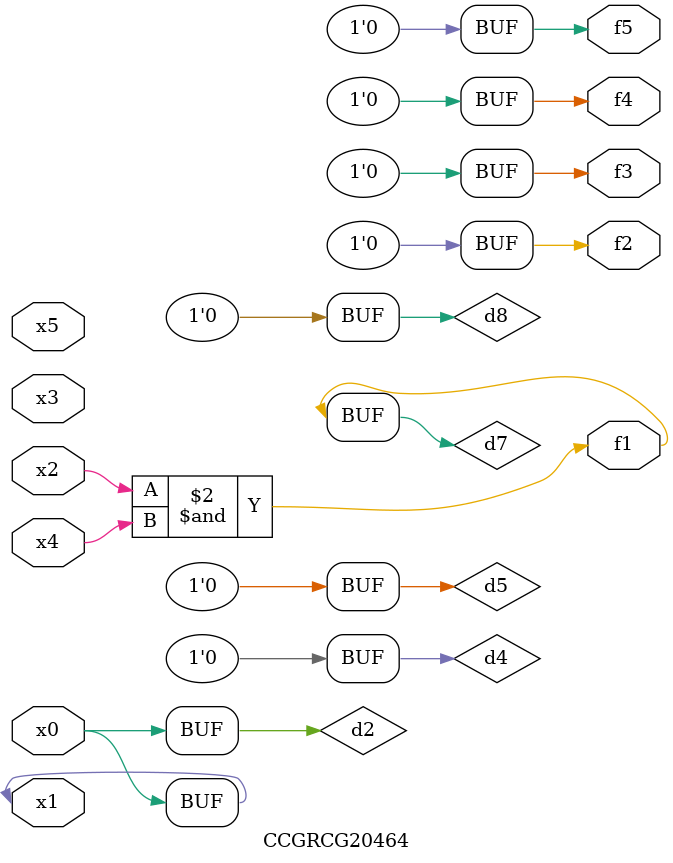
<source format=v>
module CCGRCG20464(
	input x0, x1, x2, x3, x4, x5,
	output f1, f2, f3, f4, f5
);

	wire d1, d2, d3, d4, d5, d6, d7, d8, d9;

	nand (d1, x1);
	buf (d2, x0, x1);
	nand (d3, x2, x4);
	and (d4, d1, d2);
	and (d5, d1, d2);
	nand (d6, d1, d3);
	not (d7, d3);
	xor (d8, d5);
	nor (d9, d5, d6);
	assign f1 = d7;
	assign f2 = d8;
	assign f3 = d8;
	assign f4 = d8;
	assign f5 = d8;
endmodule

</source>
